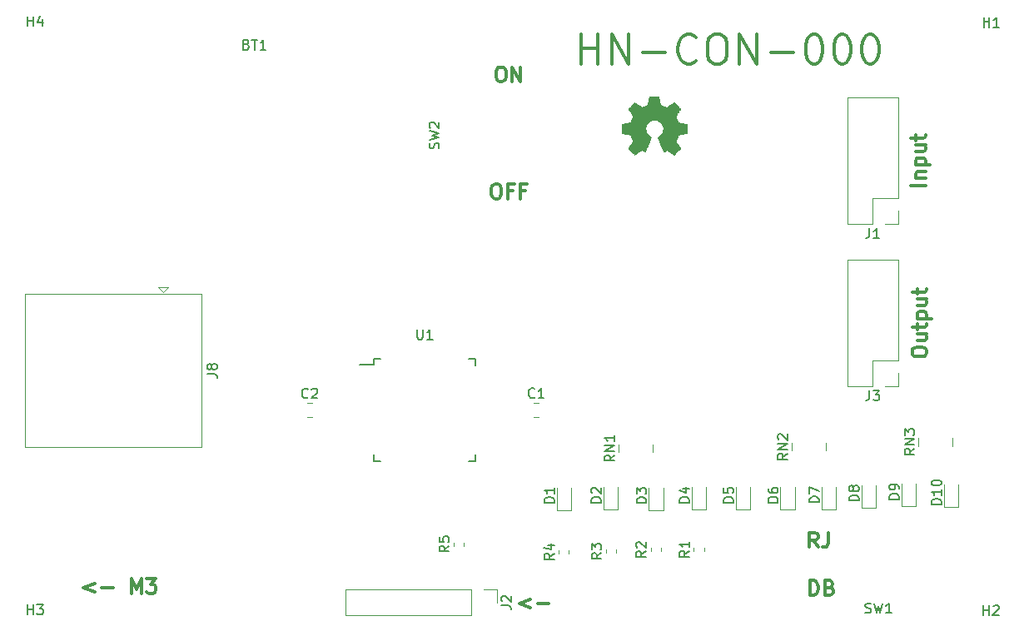
<source format=gbr>
G04 #@! TF.GenerationSoftware,KiCad,Pcbnew,5.0.2-bee76a0~70~ubuntu16.04.1*
G04 #@! TF.CreationDate,2020-03-15T16:03:58-07:00*
G04 #@! TF.ProjectId,pic18f_DB_Ethernet,70696331-3866-45f4-9442-5f4574686572,rev?*
G04 #@! TF.SameCoordinates,Original*
G04 #@! TF.FileFunction,Legend,Top*
G04 #@! TF.FilePolarity,Positive*
%FSLAX46Y46*%
G04 Gerber Fmt 4.6, Leading zero omitted, Abs format (unit mm)*
G04 Created by KiCad (PCBNEW 5.0.2-bee76a0~70~ubuntu16.04.1) date Sun 15 Mar 2020 16:03:58 PDT*
%MOMM*%
%LPD*%
G01*
G04 APERTURE LIST*
%ADD10C,0.300000*%
%ADD11C,0.120000*%
%ADD12C,0.150000*%
%ADD13C,0.010000*%
G04 APERTURE END LIST*
D10*
X107418571Y-143417171D02*
X106275714Y-143845742D01*
X107418571Y-144274314D01*
X108132857Y-143845742D02*
X109275714Y-143845742D01*
X111132857Y-144417171D02*
X111132857Y-142917171D01*
X111632857Y-143988600D01*
X112132857Y-142917171D01*
X112132857Y-144417171D01*
X112704285Y-142917171D02*
X113632857Y-142917171D01*
X113132857Y-143488600D01*
X113347142Y-143488600D01*
X113490000Y-143560028D01*
X113561428Y-143631457D01*
X113632857Y-143774314D01*
X113632857Y-144131457D01*
X113561428Y-144274314D01*
X113490000Y-144345742D01*
X113347142Y-144417171D01*
X112918571Y-144417171D01*
X112775714Y-144345742D01*
X112704285Y-144274314D01*
X191889771Y-102921285D02*
X190389771Y-102921285D01*
X190889771Y-102207000D02*
X191889771Y-102207000D01*
X191032628Y-102207000D02*
X190961200Y-102135571D01*
X190889771Y-101992714D01*
X190889771Y-101778428D01*
X190961200Y-101635571D01*
X191104057Y-101564142D01*
X191889771Y-101564142D01*
X190889771Y-100849857D02*
X192389771Y-100849857D01*
X190961200Y-100849857D02*
X190889771Y-100707000D01*
X190889771Y-100421285D01*
X190961200Y-100278428D01*
X191032628Y-100207000D01*
X191175485Y-100135571D01*
X191604057Y-100135571D01*
X191746914Y-100207000D01*
X191818342Y-100278428D01*
X191889771Y-100421285D01*
X191889771Y-100707000D01*
X191818342Y-100849857D01*
X190889771Y-98849857D02*
X191889771Y-98849857D01*
X190889771Y-99492714D02*
X191675485Y-99492714D01*
X191818342Y-99421285D01*
X191889771Y-99278428D01*
X191889771Y-99064142D01*
X191818342Y-98921285D01*
X191746914Y-98849857D01*
X190889771Y-98349857D02*
X190889771Y-97778428D01*
X190389771Y-98135571D02*
X191675485Y-98135571D01*
X191818342Y-98064142D01*
X191889771Y-97921285D01*
X191889771Y-97778428D01*
X190542171Y-120002714D02*
X190542171Y-119717000D01*
X190613600Y-119574142D01*
X190756457Y-119431285D01*
X191042171Y-119359857D01*
X191542171Y-119359857D01*
X191827885Y-119431285D01*
X191970742Y-119574142D01*
X192042171Y-119717000D01*
X192042171Y-120002714D01*
X191970742Y-120145571D01*
X191827885Y-120288428D01*
X191542171Y-120359857D01*
X191042171Y-120359857D01*
X190756457Y-120288428D01*
X190613600Y-120145571D01*
X190542171Y-120002714D01*
X191042171Y-118074142D02*
X192042171Y-118074142D01*
X191042171Y-118717000D02*
X191827885Y-118717000D01*
X191970742Y-118645571D01*
X192042171Y-118502714D01*
X192042171Y-118288428D01*
X191970742Y-118145571D01*
X191899314Y-118074142D01*
X191042171Y-117574142D02*
X191042171Y-117002714D01*
X190542171Y-117359857D02*
X191827885Y-117359857D01*
X191970742Y-117288428D01*
X192042171Y-117145571D01*
X192042171Y-117002714D01*
X191042171Y-116502714D02*
X192542171Y-116502714D01*
X191113600Y-116502714D02*
X191042171Y-116359857D01*
X191042171Y-116074142D01*
X191113600Y-115931285D01*
X191185028Y-115859857D01*
X191327885Y-115788428D01*
X191756457Y-115788428D01*
X191899314Y-115859857D01*
X191970742Y-115931285D01*
X192042171Y-116074142D01*
X192042171Y-116359857D01*
X191970742Y-116502714D01*
X191042171Y-114502714D02*
X192042171Y-114502714D01*
X191042171Y-115145571D02*
X191827885Y-115145571D01*
X191970742Y-115074142D01*
X192042171Y-114931285D01*
X192042171Y-114717000D01*
X191970742Y-114574142D01*
X191899314Y-114502714D01*
X191042171Y-114002714D02*
X191042171Y-113431285D01*
X190542171Y-113788428D02*
X191827885Y-113788428D01*
X191970742Y-113717000D01*
X192042171Y-113574142D01*
X192042171Y-113431285D01*
X148126628Y-102785171D02*
X148412342Y-102785171D01*
X148555200Y-102856600D01*
X148698057Y-102999457D01*
X148769485Y-103285171D01*
X148769485Y-103785171D01*
X148698057Y-104070885D01*
X148555200Y-104213742D01*
X148412342Y-104285171D01*
X148126628Y-104285171D01*
X147983771Y-104213742D01*
X147840914Y-104070885D01*
X147769485Y-103785171D01*
X147769485Y-103285171D01*
X147840914Y-102999457D01*
X147983771Y-102856600D01*
X148126628Y-102785171D01*
X149912342Y-103499457D02*
X149412342Y-103499457D01*
X149412342Y-104285171D02*
X149412342Y-102785171D01*
X150126628Y-102785171D01*
X151198057Y-103499457D02*
X150698057Y-103499457D01*
X150698057Y-104285171D02*
X150698057Y-102785171D01*
X151412342Y-102785171D01*
X148575828Y-90897971D02*
X148861542Y-90897971D01*
X149004400Y-90969400D01*
X149147257Y-91112257D01*
X149218685Y-91397971D01*
X149218685Y-91897971D01*
X149147257Y-92183685D01*
X149004400Y-92326542D01*
X148861542Y-92397971D01*
X148575828Y-92397971D01*
X148432971Y-92326542D01*
X148290114Y-92183685D01*
X148218685Y-91897971D01*
X148218685Y-91397971D01*
X148290114Y-91112257D01*
X148432971Y-90969400D01*
X148575828Y-90897971D01*
X149861542Y-92397971D02*
X149861542Y-90897971D01*
X150718685Y-92397971D01*
X150718685Y-90897971D01*
X180162342Y-144620371D02*
X180162342Y-143120371D01*
X180519485Y-143120371D01*
X180733771Y-143191800D01*
X180876628Y-143334657D01*
X180948057Y-143477514D01*
X181019485Y-143763228D01*
X181019485Y-143977514D01*
X180948057Y-144263228D01*
X180876628Y-144406085D01*
X180733771Y-144548942D01*
X180519485Y-144620371D01*
X180162342Y-144620371D01*
X182162342Y-143834657D02*
X182376628Y-143906085D01*
X182448057Y-143977514D01*
X182519485Y-144120371D01*
X182519485Y-144334657D01*
X182448057Y-144477514D01*
X182376628Y-144548942D01*
X182233771Y-144620371D01*
X181662342Y-144620371D01*
X181662342Y-143120371D01*
X182162342Y-143120371D01*
X182305200Y-143191800D01*
X182376628Y-143263228D01*
X182448057Y-143406085D01*
X182448057Y-143548942D01*
X182376628Y-143691800D01*
X182305200Y-143763228D01*
X182162342Y-143834657D01*
X181662342Y-143834657D01*
X180969457Y-139743571D02*
X180469457Y-139029285D01*
X180112314Y-139743571D02*
X180112314Y-138243571D01*
X180683742Y-138243571D01*
X180826600Y-138315000D01*
X180898028Y-138386428D01*
X180969457Y-138529285D01*
X180969457Y-138743571D01*
X180898028Y-138886428D01*
X180826600Y-138957857D01*
X180683742Y-139029285D01*
X180112314Y-139029285D01*
X182040885Y-138243571D02*
X182040885Y-139315000D01*
X181969457Y-139529285D01*
X181826600Y-139672142D01*
X181612314Y-139743571D01*
X181469457Y-139743571D01*
X151738057Y-145068171D02*
X150595200Y-145496742D01*
X151738057Y-145925314D01*
X152452342Y-145496742D02*
X153595200Y-145496742D01*
X156861171Y-90587342D02*
X156861171Y-87587342D01*
X156861171Y-89015914D02*
X158575457Y-89015914D01*
X158575457Y-90587342D02*
X158575457Y-87587342D01*
X160004028Y-90587342D02*
X160004028Y-87587342D01*
X161718314Y-90587342D01*
X161718314Y-87587342D01*
X163146885Y-89444485D02*
X165432600Y-89444485D01*
X168575457Y-90301628D02*
X168432600Y-90444485D01*
X168004028Y-90587342D01*
X167718314Y-90587342D01*
X167289742Y-90444485D01*
X167004028Y-90158771D01*
X166861171Y-89873057D01*
X166718314Y-89301628D01*
X166718314Y-88873057D01*
X166861171Y-88301628D01*
X167004028Y-88015914D01*
X167289742Y-87730200D01*
X167718314Y-87587342D01*
X168004028Y-87587342D01*
X168432600Y-87730200D01*
X168575457Y-87873057D01*
X170432600Y-87587342D02*
X171004028Y-87587342D01*
X171289742Y-87730200D01*
X171575457Y-88015914D01*
X171718314Y-88587342D01*
X171718314Y-89587342D01*
X171575457Y-90158771D01*
X171289742Y-90444485D01*
X171004028Y-90587342D01*
X170432600Y-90587342D01*
X170146885Y-90444485D01*
X169861171Y-90158771D01*
X169718314Y-89587342D01*
X169718314Y-88587342D01*
X169861171Y-88015914D01*
X170146885Y-87730200D01*
X170432600Y-87587342D01*
X173004028Y-90587342D02*
X173004028Y-87587342D01*
X174718314Y-90587342D01*
X174718314Y-87587342D01*
X176146885Y-89444485D02*
X178432600Y-89444485D01*
X180432600Y-87587342D02*
X180718314Y-87587342D01*
X181004028Y-87730200D01*
X181146885Y-87873057D01*
X181289742Y-88158771D01*
X181432600Y-88730200D01*
X181432600Y-89444485D01*
X181289742Y-90015914D01*
X181146885Y-90301628D01*
X181004028Y-90444485D01*
X180718314Y-90587342D01*
X180432600Y-90587342D01*
X180146885Y-90444485D01*
X180004028Y-90301628D01*
X179861171Y-90015914D01*
X179718314Y-89444485D01*
X179718314Y-88730200D01*
X179861171Y-88158771D01*
X180004028Y-87873057D01*
X180146885Y-87730200D01*
X180432600Y-87587342D01*
X183289742Y-87587342D02*
X183575457Y-87587342D01*
X183861171Y-87730200D01*
X184004028Y-87873057D01*
X184146885Y-88158771D01*
X184289742Y-88730200D01*
X184289742Y-89444485D01*
X184146885Y-90015914D01*
X184004028Y-90301628D01*
X183861171Y-90444485D01*
X183575457Y-90587342D01*
X183289742Y-90587342D01*
X183004028Y-90444485D01*
X182861171Y-90301628D01*
X182718314Y-90015914D01*
X182575457Y-89444485D01*
X182575457Y-88730200D01*
X182718314Y-88158771D01*
X182861171Y-87873057D01*
X183004028Y-87730200D01*
X183289742Y-87587342D01*
X186146885Y-87587342D02*
X186432600Y-87587342D01*
X186718314Y-87730200D01*
X186861171Y-87873057D01*
X187004028Y-88158771D01*
X187146885Y-88730200D01*
X187146885Y-89444485D01*
X187004028Y-90015914D01*
X186861171Y-90301628D01*
X186718314Y-90444485D01*
X186432600Y-90587342D01*
X186146885Y-90587342D01*
X185861171Y-90444485D01*
X185718314Y-90301628D01*
X185575457Y-90015914D01*
X185432600Y-89444485D01*
X185432600Y-88730200D01*
X185575457Y-88158771D01*
X185718314Y-87873057D01*
X185861171Y-87730200D01*
X186146885Y-87587342D01*
D11*
G04 #@! TO.C,C1*
X152062922Y-125045400D02*
X152580078Y-125045400D01*
X152062922Y-126465400D02*
X152580078Y-126465400D01*
G04 #@! TO.C,C2*
X129004322Y-126490800D02*
X129521478Y-126490800D01*
X129004322Y-125070800D02*
X129521478Y-125070800D01*
G04 #@! TO.C,D1*
X155852800Y-135952600D02*
X155852800Y-133667600D01*
X154382800Y-135952600D02*
X155852800Y-135952600D01*
X154382800Y-133667600D02*
X154382800Y-135952600D01*
G04 #@! TO.C,D2*
X159158000Y-133642100D02*
X159158000Y-135927100D01*
X159158000Y-135927100D02*
X160628000Y-135927100D01*
X160628000Y-135927100D02*
X160628000Y-133642100D01*
G04 #@! TO.C,D3*
X165225400Y-135978000D02*
X165225400Y-133693000D01*
X163755400Y-135978000D02*
X165225400Y-135978000D01*
X163755400Y-133693000D02*
X163755400Y-135978000D01*
G04 #@! TO.C,D4*
X168124200Y-133642200D02*
X168124200Y-135927200D01*
X168124200Y-135927200D02*
X169594200Y-135927200D01*
X169594200Y-135927200D02*
X169594200Y-133642200D01*
G04 #@! TO.C,D5*
X174090000Y-135927100D02*
X174090000Y-133642100D01*
X172620000Y-135927100D02*
X174090000Y-135927100D01*
X172620000Y-133642100D02*
X172620000Y-135927100D01*
G04 #@! TO.C,D6*
X178611200Y-135927300D02*
X178611200Y-133642300D01*
X177141200Y-135927300D02*
X178611200Y-135927300D01*
X177141200Y-133642300D02*
X177141200Y-135927300D01*
G04 #@! TO.C,D7*
X181332200Y-133616800D02*
X181332200Y-135901800D01*
X181332200Y-135901800D02*
X182802200Y-135901800D01*
X182802200Y-135901800D02*
X182802200Y-133616800D01*
G04 #@! TO.C,D8*
X185370800Y-133464300D02*
X185370800Y-135749300D01*
X185370800Y-135749300D02*
X186840800Y-135749300D01*
X186840800Y-135749300D02*
X186840800Y-133464300D01*
G04 #@! TO.C,D9*
X190930200Y-135596900D02*
X190930200Y-133311900D01*
X189460200Y-135596900D02*
X190930200Y-135596900D01*
X189460200Y-133311900D02*
X189460200Y-135596900D01*
G04 #@! TO.C,D10*
X193752800Y-133362700D02*
X193752800Y-135647700D01*
X193752800Y-135647700D02*
X195222800Y-135647700D01*
X195222800Y-135647700D02*
X195222800Y-133362700D01*
G04 #@! TO.C,J1*
X189137600Y-106841600D02*
X187807600Y-106841600D01*
X189137600Y-105511600D02*
X189137600Y-106841600D01*
X186537600Y-106841600D02*
X183937600Y-106841600D01*
X186537600Y-104241600D02*
X186537600Y-106841600D01*
X189137600Y-104241600D02*
X186537600Y-104241600D01*
X183937600Y-106841600D02*
X183937600Y-94021600D01*
X189137600Y-104241600D02*
X189137600Y-94021600D01*
X189137600Y-94021600D02*
X183937600Y-94021600D01*
G04 #@! TO.C,J2*
X132934400Y-144008800D02*
X132934400Y-146668800D01*
X145694400Y-144008800D02*
X132934400Y-144008800D01*
X145694400Y-146668800D02*
X132934400Y-146668800D01*
X145694400Y-144008800D02*
X145694400Y-146668800D01*
X146964400Y-144008800D02*
X148294400Y-144008800D01*
X148294400Y-144008800D02*
X148294400Y-145338800D01*
G04 #@! TO.C,J3*
X189137600Y-110531600D02*
X183937600Y-110531600D01*
X189137600Y-120751600D02*
X189137600Y-110531600D01*
X183937600Y-123351600D02*
X183937600Y-110531600D01*
X189137600Y-120751600D02*
X186537600Y-120751600D01*
X186537600Y-120751600D02*
X186537600Y-123351600D01*
X186537600Y-123351600D02*
X183937600Y-123351600D01*
X189137600Y-122021600D02*
X189137600Y-123351600D01*
X189137600Y-123351600D02*
X187807600Y-123351600D01*
G04 #@! TO.C,R1*
X168349200Y-140116679D02*
X168349200Y-139791121D01*
X169369200Y-140116679D02*
X169369200Y-139791121D01*
G04 #@! TO.C,R2*
X163955000Y-140142279D02*
X163955000Y-139816721D01*
X164975000Y-140142279D02*
X164975000Y-139816721D01*
G04 #@! TO.C,R3*
X160428400Y-140320079D02*
X160428400Y-139994521D01*
X159408400Y-140320079D02*
X159408400Y-139994521D01*
G04 #@! TO.C,R4*
X155627800Y-140370679D02*
X155627800Y-140045121D01*
X154607800Y-140370679D02*
X154607800Y-140045121D01*
G04 #@! TO.C,R5*
X143914400Y-139583279D02*
X143914400Y-139257721D01*
X144934400Y-139583279D02*
X144934400Y-139257721D01*
G04 #@! TO.C,RN1*
X160713000Y-129267000D02*
X160713000Y-130067000D01*
X164153000Y-129267000D02*
X164153000Y-130067000D01*
G04 #@! TO.C,RN2*
X181736200Y-129126400D02*
X181736200Y-129926400D01*
X178296200Y-129126400D02*
X178296200Y-129926400D01*
G04 #@! TO.C,RN3*
X194639200Y-128620200D02*
X194639200Y-129420200D01*
X191199200Y-128620200D02*
X191199200Y-129420200D01*
D12*
G04 #@! TO.C,U1*
X135795000Y-120605800D02*
X135795000Y-121205800D01*
X146145000Y-120605800D02*
X146145000Y-121275800D01*
X146145000Y-130955800D02*
X146145000Y-130285800D01*
X135795000Y-130955800D02*
X135795000Y-130285800D01*
X135795000Y-120605800D02*
X136465000Y-120605800D01*
X135795000Y-130955800D02*
X136465000Y-130955800D01*
X146145000Y-130955800D02*
X145475000Y-130955800D01*
X146145000Y-120605800D02*
X145475000Y-120605800D01*
X135795000Y-121205800D02*
X134320000Y-121205800D01*
D13*
G04 #@! TO.C,REF\002A\002A*
G36*
X164868414Y-94319131D02*
X164952235Y-94763755D01*
X165261520Y-94891253D01*
X165570806Y-95018751D01*
X165941846Y-94766446D01*
X166045757Y-94696196D01*
X166139687Y-94633472D01*
X166219252Y-94581138D01*
X166280070Y-94542057D01*
X166317757Y-94519093D01*
X166328021Y-94514142D01*
X166346510Y-94526876D01*
X166386020Y-94562082D01*
X166442122Y-94615262D01*
X166510387Y-94681918D01*
X166586386Y-94757554D01*
X166665692Y-94837672D01*
X166743875Y-94917774D01*
X166816507Y-94993364D01*
X166879159Y-95059945D01*
X166927403Y-95113018D01*
X166956810Y-95148087D01*
X166963841Y-95159823D01*
X166953723Y-95181460D01*
X166925359Y-95228862D01*
X166881729Y-95297393D01*
X166825818Y-95382415D01*
X166760606Y-95479293D01*
X166722819Y-95534550D01*
X166653943Y-95635448D01*
X166592740Y-95726499D01*
X166542178Y-95803170D01*
X166505228Y-95860928D01*
X166484858Y-95895243D01*
X166481797Y-95902454D01*
X166488736Y-95922948D01*
X166507651Y-95970713D01*
X166535687Y-96039032D01*
X166569991Y-96121189D01*
X166607709Y-96210470D01*
X166645987Y-96300158D01*
X166681970Y-96383538D01*
X166712806Y-96453894D01*
X166735639Y-96504510D01*
X166747617Y-96528671D01*
X166748324Y-96529622D01*
X166767131Y-96534236D01*
X166817218Y-96544528D01*
X166893393Y-96559487D01*
X166990465Y-96578101D01*
X167103243Y-96599359D01*
X167169042Y-96611618D01*
X167289550Y-96634562D01*
X167398397Y-96656395D01*
X167490076Y-96675922D01*
X167559081Y-96691948D01*
X167599904Y-96703279D01*
X167608111Y-96706874D01*
X167616148Y-96731206D01*
X167622633Y-96786159D01*
X167627570Y-96865308D01*
X167630964Y-96962226D01*
X167632818Y-97070487D01*
X167633138Y-97183665D01*
X167631927Y-97295335D01*
X167629190Y-97399068D01*
X167624931Y-97488441D01*
X167619155Y-97557026D01*
X167611867Y-97598397D01*
X167607495Y-97607010D01*
X167581364Y-97617333D01*
X167525993Y-97632092D01*
X167448707Y-97649552D01*
X167356830Y-97667980D01*
X167324758Y-97673941D01*
X167170124Y-97702266D01*
X167047975Y-97725076D01*
X166954273Y-97743280D01*
X166884984Y-97757783D01*
X166836071Y-97769492D01*
X166803497Y-97779315D01*
X166783228Y-97788156D01*
X166771226Y-97796924D01*
X166769547Y-97798657D01*
X166752784Y-97826571D01*
X166727214Y-97880895D01*
X166695388Y-97954977D01*
X166659860Y-98042165D01*
X166623183Y-98135808D01*
X166587911Y-98229252D01*
X166556596Y-98315847D01*
X166531793Y-98388940D01*
X166516054Y-98441878D01*
X166511932Y-98468011D01*
X166512276Y-98468926D01*
X166526241Y-98490286D01*
X166557922Y-98537284D01*
X166603991Y-98605027D01*
X166661118Y-98688623D01*
X166725973Y-98783182D01*
X166744443Y-98810054D01*
X166810299Y-98907475D01*
X166868250Y-98996363D01*
X166915138Y-99071612D01*
X166947807Y-99128120D01*
X166963100Y-99160781D01*
X166963841Y-99164793D01*
X166950992Y-99185884D01*
X166915488Y-99227664D01*
X166861893Y-99285645D01*
X166794771Y-99355335D01*
X166718687Y-99432245D01*
X166638204Y-99511883D01*
X166557887Y-99589761D01*
X166482299Y-99661386D01*
X166416005Y-99722270D01*
X166363569Y-99767921D01*
X166329555Y-99793850D01*
X166320145Y-99798083D01*
X166298243Y-99788112D01*
X166253400Y-99761220D01*
X166192921Y-99721936D01*
X166146389Y-99690317D01*
X166062075Y-99632298D01*
X165962226Y-99563984D01*
X165862073Y-99495779D01*
X165808227Y-99459275D01*
X165625971Y-99336000D01*
X165472981Y-99418720D01*
X165403282Y-99454959D01*
X165344014Y-99483126D01*
X165303911Y-99499191D01*
X165293703Y-99501426D01*
X165281429Y-99484922D01*
X165257213Y-99438282D01*
X165222863Y-99365809D01*
X165180188Y-99271806D01*
X165130994Y-99160574D01*
X165077090Y-99036415D01*
X165020284Y-98903632D01*
X164962382Y-98766527D01*
X164905193Y-98629402D01*
X164850524Y-98496558D01*
X164800184Y-98372298D01*
X164755980Y-98260925D01*
X164719719Y-98166739D01*
X164693209Y-98094044D01*
X164678258Y-98047141D01*
X164675854Y-98031033D01*
X164694911Y-98010486D01*
X164736636Y-97977133D01*
X164792306Y-97937902D01*
X164796978Y-97934799D01*
X164940864Y-97819623D01*
X165056883Y-97685253D01*
X165144030Y-97535984D01*
X165201299Y-97376113D01*
X165227686Y-97209937D01*
X165222185Y-97041752D01*
X165183790Y-96875855D01*
X165111495Y-96716542D01*
X165090226Y-96681687D01*
X164979596Y-96540937D01*
X164848902Y-96427914D01*
X164702664Y-96343203D01*
X164545408Y-96287394D01*
X164381657Y-96261074D01*
X164215933Y-96264830D01*
X164052762Y-96299250D01*
X163896665Y-96364923D01*
X163752167Y-96462435D01*
X163707469Y-96502013D01*
X163593712Y-96625903D01*
X163510818Y-96756324D01*
X163453956Y-96902515D01*
X163422287Y-97047288D01*
X163414469Y-97210060D01*
X163440538Y-97373640D01*
X163497845Y-97532498D01*
X163583744Y-97681106D01*
X163695586Y-97813935D01*
X163830723Y-97925456D01*
X163848483Y-97937211D01*
X163904750Y-97975708D01*
X163947523Y-98009063D01*
X163967972Y-98030360D01*
X163968269Y-98031033D01*
X163963879Y-98054071D01*
X163946476Y-98106357D01*
X163917868Y-98183590D01*
X163879865Y-98281468D01*
X163834274Y-98395691D01*
X163782903Y-98521958D01*
X163727562Y-98655967D01*
X163670058Y-98793418D01*
X163612201Y-98930008D01*
X163555798Y-99061437D01*
X163502658Y-99183405D01*
X163454590Y-99291609D01*
X163413401Y-99381749D01*
X163380901Y-99449523D01*
X163358897Y-99490630D01*
X163350036Y-99501426D01*
X163322960Y-99493019D01*
X163272297Y-99470472D01*
X163206783Y-99437813D01*
X163170759Y-99418720D01*
X163017768Y-99336000D01*
X162835512Y-99459275D01*
X162742475Y-99522428D01*
X162640615Y-99591927D01*
X162545162Y-99657365D01*
X162497350Y-99690317D01*
X162430105Y-99735473D01*
X162373164Y-99771257D01*
X162333954Y-99793138D01*
X162321219Y-99797763D01*
X162302683Y-99785285D01*
X162261659Y-99750452D01*
X162202125Y-99696878D01*
X162128058Y-99628183D01*
X162043435Y-99547981D01*
X161989915Y-99496486D01*
X161896281Y-99404486D01*
X161815359Y-99322199D01*
X161750423Y-99253145D01*
X161704742Y-99200844D01*
X161681589Y-99168816D01*
X161679368Y-99162316D01*
X161689676Y-99137594D01*
X161718161Y-99087605D01*
X161761663Y-99017412D01*
X161817023Y-98932075D01*
X161881080Y-98836656D01*
X161899297Y-98810054D01*
X161965673Y-98713367D01*
X162025222Y-98626317D01*
X162074616Y-98553795D01*
X162110525Y-98500693D01*
X162129619Y-98471903D01*
X162131464Y-98468926D01*
X162128705Y-98445982D01*
X162114062Y-98395536D01*
X162090087Y-98324241D01*
X162059334Y-98238747D01*
X162024356Y-98145707D01*
X161987707Y-98051774D01*
X161951939Y-97963599D01*
X161919606Y-97887834D01*
X161893262Y-97831131D01*
X161875458Y-97800143D01*
X161874193Y-97798657D01*
X161863306Y-97789801D01*
X161844918Y-97781043D01*
X161814994Y-97771477D01*
X161769497Y-97760196D01*
X161704391Y-97746293D01*
X161615639Y-97728863D01*
X161499207Y-97706998D01*
X161351058Y-97679791D01*
X161318982Y-97673941D01*
X161223914Y-97655574D01*
X161141035Y-97637605D01*
X161077670Y-97621769D01*
X161041142Y-97609800D01*
X161036244Y-97607010D01*
X161028173Y-97582272D01*
X161021613Y-97526990D01*
X161016567Y-97447589D01*
X161013041Y-97350496D01*
X161011039Y-97242138D01*
X161010564Y-97128940D01*
X161011623Y-97017328D01*
X161014218Y-96913729D01*
X161018354Y-96824568D01*
X161024037Y-96756272D01*
X161031269Y-96715266D01*
X161035629Y-96706874D01*
X161059902Y-96698408D01*
X161115174Y-96684635D01*
X161195938Y-96666750D01*
X161296688Y-96645948D01*
X161411917Y-96623423D01*
X161474698Y-96611618D01*
X161593813Y-96589351D01*
X161700035Y-96569179D01*
X161788173Y-96552115D01*
X161853034Y-96539169D01*
X161889426Y-96531355D01*
X161895416Y-96529622D01*
X161905539Y-96510090D01*
X161926938Y-96463043D01*
X161956761Y-96395203D01*
X161992155Y-96313291D01*
X162030268Y-96224028D01*
X162068247Y-96134135D01*
X162103240Y-96050335D01*
X162132394Y-95979347D01*
X162152857Y-95927894D01*
X162161777Y-95902697D01*
X162161943Y-95901596D01*
X162151831Y-95881719D01*
X162123483Y-95835977D01*
X162079877Y-95768917D01*
X162023994Y-95685084D01*
X161958813Y-95589026D01*
X161920921Y-95533850D01*
X161851875Y-95432681D01*
X161790550Y-95340830D01*
X161739937Y-95262944D01*
X161703029Y-95203669D01*
X161682818Y-95167651D01*
X161679899Y-95159577D01*
X161692447Y-95140784D01*
X161727137Y-95100657D01*
X161779537Y-95043693D01*
X161845216Y-94974385D01*
X161919744Y-94897231D01*
X161998687Y-94816725D01*
X162077617Y-94737363D01*
X162152100Y-94663640D01*
X162217706Y-94600052D01*
X162270004Y-94551094D01*
X162304561Y-94521261D01*
X162316122Y-94514142D01*
X162334946Y-94524153D01*
X162379969Y-94552278D01*
X162446813Y-94595654D01*
X162531101Y-94651418D01*
X162628456Y-94716706D01*
X162701893Y-94766446D01*
X163072933Y-95018751D01*
X163691505Y-94763755D01*
X163775325Y-94319131D01*
X163859146Y-93874507D01*
X164784594Y-93874507D01*
X164868414Y-94319131D01*
X164868414Y-94319131D01*
G37*
X164868414Y-94319131D02*
X164952235Y-94763755D01*
X165261520Y-94891253D01*
X165570806Y-95018751D01*
X165941846Y-94766446D01*
X166045757Y-94696196D01*
X166139687Y-94633472D01*
X166219252Y-94581138D01*
X166280070Y-94542057D01*
X166317757Y-94519093D01*
X166328021Y-94514142D01*
X166346510Y-94526876D01*
X166386020Y-94562082D01*
X166442122Y-94615262D01*
X166510387Y-94681918D01*
X166586386Y-94757554D01*
X166665692Y-94837672D01*
X166743875Y-94917774D01*
X166816507Y-94993364D01*
X166879159Y-95059945D01*
X166927403Y-95113018D01*
X166956810Y-95148087D01*
X166963841Y-95159823D01*
X166953723Y-95181460D01*
X166925359Y-95228862D01*
X166881729Y-95297393D01*
X166825818Y-95382415D01*
X166760606Y-95479293D01*
X166722819Y-95534550D01*
X166653943Y-95635448D01*
X166592740Y-95726499D01*
X166542178Y-95803170D01*
X166505228Y-95860928D01*
X166484858Y-95895243D01*
X166481797Y-95902454D01*
X166488736Y-95922948D01*
X166507651Y-95970713D01*
X166535687Y-96039032D01*
X166569991Y-96121189D01*
X166607709Y-96210470D01*
X166645987Y-96300158D01*
X166681970Y-96383538D01*
X166712806Y-96453894D01*
X166735639Y-96504510D01*
X166747617Y-96528671D01*
X166748324Y-96529622D01*
X166767131Y-96534236D01*
X166817218Y-96544528D01*
X166893393Y-96559487D01*
X166990465Y-96578101D01*
X167103243Y-96599359D01*
X167169042Y-96611618D01*
X167289550Y-96634562D01*
X167398397Y-96656395D01*
X167490076Y-96675922D01*
X167559081Y-96691948D01*
X167599904Y-96703279D01*
X167608111Y-96706874D01*
X167616148Y-96731206D01*
X167622633Y-96786159D01*
X167627570Y-96865308D01*
X167630964Y-96962226D01*
X167632818Y-97070487D01*
X167633138Y-97183665D01*
X167631927Y-97295335D01*
X167629190Y-97399068D01*
X167624931Y-97488441D01*
X167619155Y-97557026D01*
X167611867Y-97598397D01*
X167607495Y-97607010D01*
X167581364Y-97617333D01*
X167525993Y-97632092D01*
X167448707Y-97649552D01*
X167356830Y-97667980D01*
X167324758Y-97673941D01*
X167170124Y-97702266D01*
X167047975Y-97725076D01*
X166954273Y-97743280D01*
X166884984Y-97757783D01*
X166836071Y-97769492D01*
X166803497Y-97779315D01*
X166783228Y-97788156D01*
X166771226Y-97796924D01*
X166769547Y-97798657D01*
X166752784Y-97826571D01*
X166727214Y-97880895D01*
X166695388Y-97954977D01*
X166659860Y-98042165D01*
X166623183Y-98135808D01*
X166587911Y-98229252D01*
X166556596Y-98315847D01*
X166531793Y-98388940D01*
X166516054Y-98441878D01*
X166511932Y-98468011D01*
X166512276Y-98468926D01*
X166526241Y-98490286D01*
X166557922Y-98537284D01*
X166603991Y-98605027D01*
X166661118Y-98688623D01*
X166725973Y-98783182D01*
X166744443Y-98810054D01*
X166810299Y-98907475D01*
X166868250Y-98996363D01*
X166915138Y-99071612D01*
X166947807Y-99128120D01*
X166963100Y-99160781D01*
X166963841Y-99164793D01*
X166950992Y-99185884D01*
X166915488Y-99227664D01*
X166861893Y-99285645D01*
X166794771Y-99355335D01*
X166718687Y-99432245D01*
X166638204Y-99511883D01*
X166557887Y-99589761D01*
X166482299Y-99661386D01*
X166416005Y-99722270D01*
X166363569Y-99767921D01*
X166329555Y-99793850D01*
X166320145Y-99798083D01*
X166298243Y-99788112D01*
X166253400Y-99761220D01*
X166192921Y-99721936D01*
X166146389Y-99690317D01*
X166062075Y-99632298D01*
X165962226Y-99563984D01*
X165862073Y-99495779D01*
X165808227Y-99459275D01*
X165625971Y-99336000D01*
X165472981Y-99418720D01*
X165403282Y-99454959D01*
X165344014Y-99483126D01*
X165303911Y-99499191D01*
X165293703Y-99501426D01*
X165281429Y-99484922D01*
X165257213Y-99438282D01*
X165222863Y-99365809D01*
X165180188Y-99271806D01*
X165130994Y-99160574D01*
X165077090Y-99036415D01*
X165020284Y-98903632D01*
X164962382Y-98766527D01*
X164905193Y-98629402D01*
X164850524Y-98496558D01*
X164800184Y-98372298D01*
X164755980Y-98260925D01*
X164719719Y-98166739D01*
X164693209Y-98094044D01*
X164678258Y-98047141D01*
X164675854Y-98031033D01*
X164694911Y-98010486D01*
X164736636Y-97977133D01*
X164792306Y-97937902D01*
X164796978Y-97934799D01*
X164940864Y-97819623D01*
X165056883Y-97685253D01*
X165144030Y-97535984D01*
X165201299Y-97376113D01*
X165227686Y-97209937D01*
X165222185Y-97041752D01*
X165183790Y-96875855D01*
X165111495Y-96716542D01*
X165090226Y-96681687D01*
X164979596Y-96540937D01*
X164848902Y-96427914D01*
X164702664Y-96343203D01*
X164545408Y-96287394D01*
X164381657Y-96261074D01*
X164215933Y-96264830D01*
X164052762Y-96299250D01*
X163896665Y-96364923D01*
X163752167Y-96462435D01*
X163707469Y-96502013D01*
X163593712Y-96625903D01*
X163510818Y-96756324D01*
X163453956Y-96902515D01*
X163422287Y-97047288D01*
X163414469Y-97210060D01*
X163440538Y-97373640D01*
X163497845Y-97532498D01*
X163583744Y-97681106D01*
X163695586Y-97813935D01*
X163830723Y-97925456D01*
X163848483Y-97937211D01*
X163904750Y-97975708D01*
X163947523Y-98009063D01*
X163967972Y-98030360D01*
X163968269Y-98031033D01*
X163963879Y-98054071D01*
X163946476Y-98106357D01*
X163917868Y-98183590D01*
X163879865Y-98281468D01*
X163834274Y-98395691D01*
X163782903Y-98521958D01*
X163727562Y-98655967D01*
X163670058Y-98793418D01*
X163612201Y-98930008D01*
X163555798Y-99061437D01*
X163502658Y-99183405D01*
X163454590Y-99291609D01*
X163413401Y-99381749D01*
X163380901Y-99449523D01*
X163358897Y-99490630D01*
X163350036Y-99501426D01*
X163322960Y-99493019D01*
X163272297Y-99470472D01*
X163206783Y-99437813D01*
X163170759Y-99418720D01*
X163017768Y-99336000D01*
X162835512Y-99459275D01*
X162742475Y-99522428D01*
X162640615Y-99591927D01*
X162545162Y-99657365D01*
X162497350Y-99690317D01*
X162430105Y-99735473D01*
X162373164Y-99771257D01*
X162333954Y-99793138D01*
X162321219Y-99797763D01*
X162302683Y-99785285D01*
X162261659Y-99750452D01*
X162202125Y-99696878D01*
X162128058Y-99628183D01*
X162043435Y-99547981D01*
X161989915Y-99496486D01*
X161896281Y-99404486D01*
X161815359Y-99322199D01*
X161750423Y-99253145D01*
X161704742Y-99200844D01*
X161681589Y-99168816D01*
X161679368Y-99162316D01*
X161689676Y-99137594D01*
X161718161Y-99087605D01*
X161761663Y-99017412D01*
X161817023Y-98932075D01*
X161881080Y-98836656D01*
X161899297Y-98810054D01*
X161965673Y-98713367D01*
X162025222Y-98626317D01*
X162074616Y-98553795D01*
X162110525Y-98500693D01*
X162129619Y-98471903D01*
X162131464Y-98468926D01*
X162128705Y-98445982D01*
X162114062Y-98395536D01*
X162090087Y-98324241D01*
X162059334Y-98238747D01*
X162024356Y-98145707D01*
X161987707Y-98051774D01*
X161951939Y-97963599D01*
X161919606Y-97887834D01*
X161893262Y-97831131D01*
X161875458Y-97800143D01*
X161874193Y-97798657D01*
X161863306Y-97789801D01*
X161844918Y-97781043D01*
X161814994Y-97771477D01*
X161769497Y-97760196D01*
X161704391Y-97746293D01*
X161615639Y-97728863D01*
X161499207Y-97706998D01*
X161351058Y-97679791D01*
X161318982Y-97673941D01*
X161223914Y-97655574D01*
X161141035Y-97637605D01*
X161077670Y-97621769D01*
X161041142Y-97609800D01*
X161036244Y-97607010D01*
X161028173Y-97582272D01*
X161021613Y-97526990D01*
X161016567Y-97447589D01*
X161013041Y-97350496D01*
X161011039Y-97242138D01*
X161010564Y-97128940D01*
X161011623Y-97017328D01*
X161014218Y-96913729D01*
X161018354Y-96824568D01*
X161024037Y-96756272D01*
X161031269Y-96715266D01*
X161035629Y-96706874D01*
X161059902Y-96698408D01*
X161115174Y-96684635D01*
X161195938Y-96666750D01*
X161296688Y-96645948D01*
X161411917Y-96623423D01*
X161474698Y-96611618D01*
X161593813Y-96589351D01*
X161700035Y-96569179D01*
X161788173Y-96552115D01*
X161853034Y-96539169D01*
X161889426Y-96531355D01*
X161895416Y-96529622D01*
X161905539Y-96510090D01*
X161926938Y-96463043D01*
X161956761Y-96395203D01*
X161992155Y-96313291D01*
X162030268Y-96224028D01*
X162068247Y-96134135D01*
X162103240Y-96050335D01*
X162132394Y-95979347D01*
X162152857Y-95927894D01*
X162161777Y-95902697D01*
X162161943Y-95901596D01*
X162151831Y-95881719D01*
X162123483Y-95835977D01*
X162079877Y-95768917D01*
X162023994Y-95685084D01*
X161958813Y-95589026D01*
X161920921Y-95533850D01*
X161851875Y-95432681D01*
X161790550Y-95340830D01*
X161739937Y-95262944D01*
X161703029Y-95203669D01*
X161682818Y-95167651D01*
X161679899Y-95159577D01*
X161692447Y-95140784D01*
X161727137Y-95100657D01*
X161779537Y-95043693D01*
X161845216Y-94974385D01*
X161919744Y-94897231D01*
X161998687Y-94816725D01*
X162077617Y-94737363D01*
X162152100Y-94663640D01*
X162217706Y-94600052D01*
X162270004Y-94551094D01*
X162304561Y-94521261D01*
X162316122Y-94514142D01*
X162334946Y-94524153D01*
X162379969Y-94552278D01*
X162446813Y-94595654D01*
X162531101Y-94651418D01*
X162628456Y-94716706D01*
X162701893Y-94766446D01*
X163072933Y-95018751D01*
X163691505Y-94763755D01*
X163775325Y-94319131D01*
X163859146Y-93874507D01*
X164784594Y-93874507D01*
X164868414Y-94319131D01*
D11*
G04 #@! TO.C,J8*
X113901600Y-113322600D02*
X114401600Y-113822600D01*
X114901600Y-113322600D02*
X113901600Y-113322600D01*
X114401600Y-113822600D02*
X114901600Y-113322600D01*
X100321600Y-114007600D02*
X100321600Y-129527600D01*
X118281600Y-129527600D02*
X100321600Y-129527600D01*
X118281600Y-129527600D02*
X118281600Y-114007600D01*
X118281600Y-114007600D02*
X100321600Y-114007600D01*
G04 #@! TO.C,C1*
D12*
X152154833Y-124462542D02*
X152107214Y-124510161D01*
X151964357Y-124557780D01*
X151869119Y-124557780D01*
X151726261Y-124510161D01*
X151631023Y-124414923D01*
X151583404Y-124319685D01*
X151535785Y-124129209D01*
X151535785Y-123986352D01*
X151583404Y-123795876D01*
X151631023Y-123700638D01*
X151726261Y-123605400D01*
X151869119Y-123557780D01*
X151964357Y-123557780D01*
X152107214Y-123605400D01*
X152154833Y-123653019D01*
X153107214Y-124557780D02*
X152535785Y-124557780D01*
X152821500Y-124557780D02*
X152821500Y-123557780D01*
X152726261Y-123700638D01*
X152631023Y-123795876D01*
X152535785Y-123843495D01*
G04 #@! TO.C,C2*
X129096233Y-124487942D02*
X129048614Y-124535561D01*
X128905757Y-124583180D01*
X128810519Y-124583180D01*
X128667661Y-124535561D01*
X128572423Y-124440323D01*
X128524804Y-124345085D01*
X128477185Y-124154609D01*
X128477185Y-124011752D01*
X128524804Y-123821276D01*
X128572423Y-123726038D01*
X128667661Y-123630800D01*
X128810519Y-123583180D01*
X128905757Y-123583180D01*
X129048614Y-123630800D01*
X129096233Y-123678419D01*
X129477185Y-123678419D02*
X129524804Y-123630800D01*
X129620042Y-123583180D01*
X129858138Y-123583180D01*
X129953376Y-123630800D01*
X130000995Y-123678419D01*
X130048614Y-123773657D01*
X130048614Y-123868895D01*
X130000995Y-124011752D01*
X129429566Y-124583180D01*
X130048614Y-124583180D01*
G04 #@! TO.C,D1*
X154140180Y-135205695D02*
X153140180Y-135205695D01*
X153140180Y-134967600D01*
X153187800Y-134824742D01*
X153283038Y-134729504D01*
X153378276Y-134681885D01*
X153568752Y-134634266D01*
X153711609Y-134634266D01*
X153902085Y-134681885D01*
X153997323Y-134729504D01*
X154092561Y-134824742D01*
X154140180Y-134967600D01*
X154140180Y-135205695D01*
X154140180Y-133681885D02*
X154140180Y-134253314D01*
X154140180Y-133967600D02*
X153140180Y-133967600D01*
X153283038Y-134062838D01*
X153378276Y-134158076D01*
X153425895Y-134253314D01*
G04 #@! TO.C,D2*
X158915380Y-135180195D02*
X157915380Y-135180195D01*
X157915380Y-134942100D01*
X157963000Y-134799242D01*
X158058238Y-134704004D01*
X158153476Y-134656385D01*
X158343952Y-134608766D01*
X158486809Y-134608766D01*
X158677285Y-134656385D01*
X158772523Y-134704004D01*
X158867761Y-134799242D01*
X158915380Y-134942100D01*
X158915380Y-135180195D01*
X158010619Y-134227814D02*
X157963000Y-134180195D01*
X157915380Y-134084957D01*
X157915380Y-133846861D01*
X157963000Y-133751623D01*
X158010619Y-133704004D01*
X158105857Y-133656385D01*
X158201095Y-133656385D01*
X158343952Y-133704004D01*
X158915380Y-134275433D01*
X158915380Y-133656385D01*
G04 #@! TO.C,D3*
X163512780Y-135231095D02*
X162512780Y-135231095D01*
X162512780Y-134993000D01*
X162560400Y-134850142D01*
X162655638Y-134754904D01*
X162750876Y-134707285D01*
X162941352Y-134659666D01*
X163084209Y-134659666D01*
X163274685Y-134707285D01*
X163369923Y-134754904D01*
X163465161Y-134850142D01*
X163512780Y-134993000D01*
X163512780Y-135231095D01*
X162512780Y-134326333D02*
X162512780Y-133707285D01*
X162893733Y-134040619D01*
X162893733Y-133897761D01*
X162941352Y-133802523D01*
X162988971Y-133754904D01*
X163084209Y-133707285D01*
X163322304Y-133707285D01*
X163417542Y-133754904D01*
X163465161Y-133802523D01*
X163512780Y-133897761D01*
X163512780Y-134183476D01*
X163465161Y-134278714D01*
X163417542Y-134326333D01*
G04 #@! TO.C,D4*
X167881580Y-135180295D02*
X166881580Y-135180295D01*
X166881580Y-134942200D01*
X166929200Y-134799342D01*
X167024438Y-134704104D01*
X167119676Y-134656485D01*
X167310152Y-134608866D01*
X167453009Y-134608866D01*
X167643485Y-134656485D01*
X167738723Y-134704104D01*
X167833961Y-134799342D01*
X167881580Y-134942200D01*
X167881580Y-135180295D01*
X167214914Y-133751723D02*
X167881580Y-133751723D01*
X166833961Y-133989819D02*
X167548247Y-134227914D01*
X167548247Y-133608866D01*
G04 #@! TO.C,D5*
X172377380Y-135180195D02*
X171377380Y-135180195D01*
X171377380Y-134942100D01*
X171425000Y-134799242D01*
X171520238Y-134704004D01*
X171615476Y-134656385D01*
X171805952Y-134608766D01*
X171948809Y-134608766D01*
X172139285Y-134656385D01*
X172234523Y-134704004D01*
X172329761Y-134799242D01*
X172377380Y-134942100D01*
X172377380Y-135180195D01*
X171377380Y-133704004D02*
X171377380Y-134180195D01*
X171853571Y-134227814D01*
X171805952Y-134180195D01*
X171758333Y-134084957D01*
X171758333Y-133846861D01*
X171805952Y-133751623D01*
X171853571Y-133704004D01*
X171948809Y-133656385D01*
X172186904Y-133656385D01*
X172282142Y-133704004D01*
X172329761Y-133751623D01*
X172377380Y-133846861D01*
X172377380Y-134084957D01*
X172329761Y-134180195D01*
X172282142Y-134227814D01*
G04 #@! TO.C,D6*
X176898580Y-135180395D02*
X175898580Y-135180395D01*
X175898580Y-134942300D01*
X175946200Y-134799442D01*
X176041438Y-134704204D01*
X176136676Y-134656585D01*
X176327152Y-134608966D01*
X176470009Y-134608966D01*
X176660485Y-134656585D01*
X176755723Y-134704204D01*
X176850961Y-134799442D01*
X176898580Y-134942300D01*
X176898580Y-135180395D01*
X175898580Y-133751823D02*
X175898580Y-133942300D01*
X175946200Y-134037538D01*
X175993819Y-134085157D01*
X176136676Y-134180395D01*
X176327152Y-134228014D01*
X176708104Y-134228014D01*
X176803342Y-134180395D01*
X176850961Y-134132776D01*
X176898580Y-134037538D01*
X176898580Y-133847061D01*
X176850961Y-133751823D01*
X176803342Y-133704204D01*
X176708104Y-133656585D01*
X176470009Y-133656585D01*
X176374771Y-133704204D01*
X176327152Y-133751823D01*
X176279533Y-133847061D01*
X176279533Y-134037538D01*
X176327152Y-134132776D01*
X176374771Y-134180395D01*
X176470009Y-134228014D01*
G04 #@! TO.C,D7*
X181089580Y-135154895D02*
X180089580Y-135154895D01*
X180089580Y-134916800D01*
X180137200Y-134773942D01*
X180232438Y-134678704D01*
X180327676Y-134631085D01*
X180518152Y-134583466D01*
X180661009Y-134583466D01*
X180851485Y-134631085D01*
X180946723Y-134678704D01*
X181041961Y-134773942D01*
X181089580Y-134916800D01*
X181089580Y-135154895D01*
X180089580Y-134250133D02*
X180089580Y-133583466D01*
X181089580Y-134012038D01*
G04 #@! TO.C,D8*
X185128180Y-135002395D02*
X184128180Y-135002395D01*
X184128180Y-134764300D01*
X184175800Y-134621442D01*
X184271038Y-134526204D01*
X184366276Y-134478585D01*
X184556752Y-134430966D01*
X184699609Y-134430966D01*
X184890085Y-134478585D01*
X184985323Y-134526204D01*
X185080561Y-134621442D01*
X185128180Y-134764300D01*
X185128180Y-135002395D01*
X184556752Y-133859538D02*
X184509133Y-133954776D01*
X184461514Y-134002395D01*
X184366276Y-134050014D01*
X184318657Y-134050014D01*
X184223419Y-134002395D01*
X184175800Y-133954776D01*
X184128180Y-133859538D01*
X184128180Y-133669061D01*
X184175800Y-133573823D01*
X184223419Y-133526204D01*
X184318657Y-133478585D01*
X184366276Y-133478585D01*
X184461514Y-133526204D01*
X184509133Y-133573823D01*
X184556752Y-133669061D01*
X184556752Y-133859538D01*
X184604371Y-133954776D01*
X184651990Y-134002395D01*
X184747228Y-134050014D01*
X184937704Y-134050014D01*
X185032942Y-134002395D01*
X185080561Y-133954776D01*
X185128180Y-133859538D01*
X185128180Y-133669061D01*
X185080561Y-133573823D01*
X185032942Y-133526204D01*
X184937704Y-133478585D01*
X184747228Y-133478585D01*
X184651990Y-133526204D01*
X184604371Y-133573823D01*
X184556752Y-133669061D01*
G04 #@! TO.C,D9*
X189217580Y-134849995D02*
X188217580Y-134849995D01*
X188217580Y-134611900D01*
X188265200Y-134469042D01*
X188360438Y-134373804D01*
X188455676Y-134326185D01*
X188646152Y-134278566D01*
X188789009Y-134278566D01*
X188979485Y-134326185D01*
X189074723Y-134373804D01*
X189169961Y-134469042D01*
X189217580Y-134611900D01*
X189217580Y-134849995D01*
X189217580Y-133802376D02*
X189217580Y-133611900D01*
X189169961Y-133516661D01*
X189122342Y-133469042D01*
X188979485Y-133373804D01*
X188789009Y-133326185D01*
X188408057Y-133326185D01*
X188312819Y-133373804D01*
X188265200Y-133421423D01*
X188217580Y-133516661D01*
X188217580Y-133707138D01*
X188265200Y-133802376D01*
X188312819Y-133849995D01*
X188408057Y-133897614D01*
X188646152Y-133897614D01*
X188741390Y-133849995D01*
X188789009Y-133802376D01*
X188836628Y-133707138D01*
X188836628Y-133516661D01*
X188789009Y-133421423D01*
X188741390Y-133373804D01*
X188646152Y-133326185D01*
G04 #@! TO.C,D10*
X193510180Y-135376985D02*
X192510180Y-135376985D01*
X192510180Y-135138890D01*
X192557800Y-134996033D01*
X192653038Y-134900795D01*
X192748276Y-134853176D01*
X192938752Y-134805557D01*
X193081609Y-134805557D01*
X193272085Y-134853176D01*
X193367323Y-134900795D01*
X193462561Y-134996033D01*
X193510180Y-135138890D01*
X193510180Y-135376985D01*
X193510180Y-133853176D02*
X193510180Y-134424604D01*
X193510180Y-134138890D02*
X192510180Y-134138890D01*
X192653038Y-134234128D01*
X192748276Y-134329366D01*
X192795895Y-134424604D01*
X192510180Y-133234128D02*
X192510180Y-133138890D01*
X192557800Y-133043652D01*
X192605419Y-132996033D01*
X192700657Y-132948414D01*
X192891133Y-132900795D01*
X193129228Y-132900795D01*
X193319704Y-132948414D01*
X193414942Y-132996033D01*
X193462561Y-133043652D01*
X193510180Y-133138890D01*
X193510180Y-133234128D01*
X193462561Y-133329366D01*
X193414942Y-133376985D01*
X193319704Y-133424604D01*
X193129228Y-133472223D01*
X192891133Y-133472223D01*
X192700657Y-133424604D01*
X192605419Y-133376985D01*
X192557800Y-133329366D01*
X192510180Y-133234128D01*
G04 #@! TO.C,J1*
X186204266Y-107293980D02*
X186204266Y-108008266D01*
X186156647Y-108151123D01*
X186061409Y-108246361D01*
X185918552Y-108293980D01*
X185823314Y-108293980D01*
X187204266Y-108293980D02*
X186632838Y-108293980D01*
X186918552Y-108293980D02*
X186918552Y-107293980D01*
X186823314Y-107436838D01*
X186728076Y-107532076D01*
X186632838Y-107579695D01*
G04 #@! TO.C,J2*
X148746780Y-145672133D02*
X149461066Y-145672133D01*
X149603923Y-145719752D01*
X149699161Y-145814990D01*
X149746780Y-145957847D01*
X149746780Y-146053085D01*
X148842019Y-145243561D02*
X148794400Y-145195942D01*
X148746780Y-145100704D01*
X148746780Y-144862609D01*
X148794400Y-144767371D01*
X148842019Y-144719752D01*
X148937257Y-144672133D01*
X149032495Y-144672133D01*
X149175352Y-144719752D01*
X149746780Y-145291180D01*
X149746780Y-144672133D01*
G04 #@! TO.C,J3*
X186204266Y-123803980D02*
X186204266Y-124518266D01*
X186156647Y-124661123D01*
X186061409Y-124756361D01*
X185918552Y-124803980D01*
X185823314Y-124803980D01*
X186585219Y-123803980D02*
X187204266Y-123803980D01*
X186870933Y-124184933D01*
X187013790Y-124184933D01*
X187109028Y-124232552D01*
X187156647Y-124280171D01*
X187204266Y-124375409D01*
X187204266Y-124613504D01*
X187156647Y-124708742D01*
X187109028Y-124756361D01*
X187013790Y-124803980D01*
X186728076Y-124803980D01*
X186632838Y-124756361D01*
X186585219Y-124708742D01*
G04 #@! TO.C,R1*
X167881580Y-140120566D02*
X167405390Y-140453900D01*
X167881580Y-140691995D02*
X166881580Y-140691995D01*
X166881580Y-140311042D01*
X166929200Y-140215804D01*
X166976819Y-140168185D01*
X167072057Y-140120566D01*
X167214914Y-140120566D01*
X167310152Y-140168185D01*
X167357771Y-140215804D01*
X167405390Y-140311042D01*
X167405390Y-140691995D01*
X167881580Y-139168185D02*
X167881580Y-139739614D01*
X167881580Y-139453900D02*
X166881580Y-139453900D01*
X167024438Y-139549138D01*
X167119676Y-139644376D01*
X167167295Y-139739614D01*
G04 #@! TO.C,R2*
X163487380Y-140146166D02*
X163011190Y-140479500D01*
X163487380Y-140717595D02*
X162487380Y-140717595D01*
X162487380Y-140336642D01*
X162535000Y-140241404D01*
X162582619Y-140193785D01*
X162677857Y-140146166D01*
X162820714Y-140146166D01*
X162915952Y-140193785D01*
X162963571Y-140241404D01*
X163011190Y-140336642D01*
X163011190Y-140717595D01*
X162582619Y-139765214D02*
X162535000Y-139717595D01*
X162487380Y-139622357D01*
X162487380Y-139384261D01*
X162535000Y-139289023D01*
X162582619Y-139241404D01*
X162677857Y-139193785D01*
X162773095Y-139193785D01*
X162915952Y-139241404D01*
X163487380Y-139812833D01*
X163487380Y-139193785D01*
G04 #@! TO.C,R3*
X158940780Y-140323966D02*
X158464590Y-140657300D01*
X158940780Y-140895395D02*
X157940780Y-140895395D01*
X157940780Y-140514442D01*
X157988400Y-140419204D01*
X158036019Y-140371585D01*
X158131257Y-140323966D01*
X158274114Y-140323966D01*
X158369352Y-140371585D01*
X158416971Y-140419204D01*
X158464590Y-140514442D01*
X158464590Y-140895395D01*
X157940780Y-139990633D02*
X157940780Y-139371585D01*
X158321733Y-139704919D01*
X158321733Y-139562061D01*
X158369352Y-139466823D01*
X158416971Y-139419204D01*
X158512209Y-139371585D01*
X158750304Y-139371585D01*
X158845542Y-139419204D01*
X158893161Y-139466823D01*
X158940780Y-139562061D01*
X158940780Y-139847776D01*
X158893161Y-139943014D01*
X158845542Y-139990633D01*
G04 #@! TO.C,R4*
X154140180Y-140374566D02*
X153663990Y-140707900D01*
X154140180Y-140945995D02*
X153140180Y-140945995D01*
X153140180Y-140565042D01*
X153187800Y-140469804D01*
X153235419Y-140422185D01*
X153330657Y-140374566D01*
X153473514Y-140374566D01*
X153568752Y-140422185D01*
X153616371Y-140469804D01*
X153663990Y-140565042D01*
X153663990Y-140945995D01*
X153473514Y-139517423D02*
X154140180Y-139517423D01*
X153092561Y-139755519D02*
X153806847Y-139993614D01*
X153806847Y-139374566D01*
G04 #@! TO.C,R5*
X143446780Y-139587166D02*
X142970590Y-139920500D01*
X143446780Y-140158595D02*
X142446780Y-140158595D01*
X142446780Y-139777642D01*
X142494400Y-139682404D01*
X142542019Y-139634785D01*
X142637257Y-139587166D01*
X142780114Y-139587166D01*
X142875352Y-139634785D01*
X142922971Y-139682404D01*
X142970590Y-139777642D01*
X142970590Y-140158595D01*
X142446780Y-138682404D02*
X142446780Y-139158595D01*
X142922971Y-139206214D01*
X142875352Y-139158595D01*
X142827733Y-139063357D01*
X142827733Y-138825261D01*
X142875352Y-138730023D01*
X142922971Y-138682404D01*
X143018209Y-138634785D01*
X143256304Y-138634785D01*
X143351542Y-138682404D01*
X143399161Y-138730023D01*
X143446780Y-138825261D01*
X143446780Y-139063357D01*
X143399161Y-139158595D01*
X143351542Y-139206214D01*
G04 #@! TO.C,RN1*
X160285380Y-130357476D02*
X159809190Y-130690809D01*
X160285380Y-130928904D02*
X159285380Y-130928904D01*
X159285380Y-130547952D01*
X159333000Y-130452714D01*
X159380619Y-130405095D01*
X159475857Y-130357476D01*
X159618714Y-130357476D01*
X159713952Y-130405095D01*
X159761571Y-130452714D01*
X159809190Y-130547952D01*
X159809190Y-130928904D01*
X160285380Y-129928904D02*
X159285380Y-129928904D01*
X160285380Y-129357476D01*
X159285380Y-129357476D01*
X160285380Y-128357476D02*
X160285380Y-128928904D01*
X160285380Y-128643190D02*
X159285380Y-128643190D01*
X159428238Y-128738428D01*
X159523476Y-128833666D01*
X159571095Y-128928904D01*
G04 #@! TO.C,RN2*
X177868580Y-130216876D02*
X177392390Y-130550209D01*
X177868580Y-130788304D02*
X176868580Y-130788304D01*
X176868580Y-130407352D01*
X176916200Y-130312114D01*
X176963819Y-130264495D01*
X177059057Y-130216876D01*
X177201914Y-130216876D01*
X177297152Y-130264495D01*
X177344771Y-130312114D01*
X177392390Y-130407352D01*
X177392390Y-130788304D01*
X177868580Y-129788304D02*
X176868580Y-129788304D01*
X177868580Y-129216876D01*
X176868580Y-129216876D01*
X176963819Y-128788304D02*
X176916200Y-128740685D01*
X176868580Y-128645447D01*
X176868580Y-128407352D01*
X176916200Y-128312114D01*
X176963819Y-128264495D01*
X177059057Y-128216876D01*
X177154295Y-128216876D01*
X177297152Y-128264495D01*
X177868580Y-128835923D01*
X177868580Y-128216876D01*
G04 #@! TO.C,RN3*
X190771580Y-129710676D02*
X190295390Y-130044009D01*
X190771580Y-130282104D02*
X189771580Y-130282104D01*
X189771580Y-129901152D01*
X189819200Y-129805914D01*
X189866819Y-129758295D01*
X189962057Y-129710676D01*
X190104914Y-129710676D01*
X190200152Y-129758295D01*
X190247771Y-129805914D01*
X190295390Y-129901152D01*
X190295390Y-130282104D01*
X190771580Y-129282104D02*
X189771580Y-129282104D01*
X190771580Y-128710676D01*
X189771580Y-128710676D01*
X189771580Y-128329723D02*
X189771580Y-127710676D01*
X190152533Y-128044009D01*
X190152533Y-127901152D01*
X190200152Y-127805914D01*
X190247771Y-127758295D01*
X190343009Y-127710676D01*
X190581104Y-127710676D01*
X190676342Y-127758295D01*
X190723961Y-127805914D01*
X190771580Y-127901152D01*
X190771580Y-128186866D01*
X190723961Y-128282104D01*
X190676342Y-128329723D01*
G04 #@! TO.C,U1*
X140208095Y-117583180D02*
X140208095Y-118392704D01*
X140255714Y-118487942D01*
X140303333Y-118535561D01*
X140398571Y-118583180D01*
X140589047Y-118583180D01*
X140684285Y-118535561D01*
X140731904Y-118487942D01*
X140779523Y-118392704D01*
X140779523Y-117583180D01*
X141779523Y-118583180D02*
X141208095Y-118583180D01*
X141493809Y-118583180D02*
X141493809Y-117583180D01*
X141398571Y-117726038D01*
X141303333Y-117821276D01*
X141208095Y-117868895D01*
G04 #@! TO.C,BT1*
X122861485Y-88599971D02*
X123004342Y-88647590D01*
X123051961Y-88695209D01*
X123099580Y-88790447D01*
X123099580Y-88933304D01*
X123051961Y-89028542D01*
X123004342Y-89076161D01*
X122909104Y-89123780D01*
X122528152Y-89123780D01*
X122528152Y-88123780D01*
X122861485Y-88123780D01*
X122956723Y-88171400D01*
X123004342Y-88219019D01*
X123051961Y-88314257D01*
X123051961Y-88409495D01*
X123004342Y-88504733D01*
X122956723Y-88552352D01*
X122861485Y-88599971D01*
X122528152Y-88599971D01*
X123385295Y-88123780D02*
X123956723Y-88123780D01*
X123671009Y-89123780D02*
X123671009Y-88123780D01*
X124813866Y-89123780D02*
X124242438Y-89123780D01*
X124528152Y-89123780D02*
X124528152Y-88123780D01*
X124432914Y-88266638D01*
X124337676Y-88361876D01*
X124242438Y-88409495D01*
G04 #@! TO.C,SW1*
X185788466Y-146378561D02*
X185931323Y-146426180D01*
X186169419Y-146426180D01*
X186264657Y-146378561D01*
X186312276Y-146330942D01*
X186359895Y-146235704D01*
X186359895Y-146140466D01*
X186312276Y-146045228D01*
X186264657Y-145997609D01*
X186169419Y-145949990D01*
X185978942Y-145902371D01*
X185883704Y-145854752D01*
X185836085Y-145807133D01*
X185788466Y-145711895D01*
X185788466Y-145616657D01*
X185836085Y-145521419D01*
X185883704Y-145473800D01*
X185978942Y-145426180D01*
X186217038Y-145426180D01*
X186359895Y-145473800D01*
X186693228Y-145426180D02*
X186931323Y-146426180D01*
X187121800Y-145711895D01*
X187312276Y-146426180D01*
X187550371Y-145426180D01*
X188455133Y-146426180D02*
X187883704Y-146426180D01*
X188169419Y-146426180D02*
X188169419Y-145426180D01*
X188074180Y-145569038D01*
X187978942Y-145664276D01*
X187883704Y-145711895D01*
G04 #@! TO.C,SW2*
X142383961Y-99174133D02*
X142431580Y-99031276D01*
X142431580Y-98793180D01*
X142383961Y-98697942D01*
X142336342Y-98650323D01*
X142241104Y-98602704D01*
X142145866Y-98602704D01*
X142050628Y-98650323D01*
X142003009Y-98697942D01*
X141955390Y-98793180D01*
X141907771Y-98983657D01*
X141860152Y-99078895D01*
X141812533Y-99126514D01*
X141717295Y-99174133D01*
X141622057Y-99174133D01*
X141526819Y-99126514D01*
X141479200Y-99078895D01*
X141431580Y-98983657D01*
X141431580Y-98745561D01*
X141479200Y-98602704D01*
X141431580Y-98269371D02*
X142431580Y-98031276D01*
X141717295Y-97840800D01*
X142431580Y-97650323D01*
X141431580Y-97412228D01*
X141526819Y-97078895D02*
X141479200Y-97031276D01*
X141431580Y-96936038D01*
X141431580Y-96697942D01*
X141479200Y-96602704D01*
X141526819Y-96555085D01*
X141622057Y-96507466D01*
X141717295Y-96507466D01*
X141860152Y-96555085D01*
X142431580Y-97126514D01*
X142431580Y-96507466D01*
G04 #@! TO.C,H1*
X197815295Y-86837780D02*
X197815295Y-85837780D01*
X197815295Y-86313971D02*
X198386723Y-86313971D01*
X198386723Y-86837780D02*
X198386723Y-85837780D01*
X199386723Y-86837780D02*
X198815295Y-86837780D01*
X199101009Y-86837780D02*
X199101009Y-85837780D01*
X199005771Y-85980638D01*
X198910533Y-86075876D01*
X198815295Y-86123495D01*
G04 #@! TO.C,H2*
X197789895Y-146654780D02*
X197789895Y-145654780D01*
X197789895Y-146130971D02*
X198361323Y-146130971D01*
X198361323Y-146654780D02*
X198361323Y-145654780D01*
X198789895Y-145750019D02*
X198837514Y-145702400D01*
X198932752Y-145654780D01*
X199170847Y-145654780D01*
X199266085Y-145702400D01*
X199313704Y-145750019D01*
X199361323Y-145845257D01*
X199361323Y-145940495D01*
X199313704Y-146083352D01*
X198742276Y-146654780D01*
X199361323Y-146654780D01*
G04 #@! TO.C,H3*
X100584095Y-146578580D02*
X100584095Y-145578580D01*
X100584095Y-146054771D02*
X101155523Y-146054771D01*
X101155523Y-146578580D02*
X101155523Y-145578580D01*
X101536476Y-145578580D02*
X102155523Y-145578580D01*
X101822190Y-145959533D01*
X101965047Y-145959533D01*
X102060285Y-146007152D01*
X102107904Y-146054771D01*
X102155523Y-146150009D01*
X102155523Y-146388104D01*
X102107904Y-146483342D01*
X102060285Y-146530961D01*
X101965047Y-146578580D01*
X101679333Y-146578580D01*
X101584095Y-146530961D01*
X101536476Y-146483342D01*
G04 #@! TO.C,H4*
X100584095Y-86736180D02*
X100584095Y-85736180D01*
X100584095Y-86212371D02*
X101155523Y-86212371D01*
X101155523Y-86736180D02*
X101155523Y-85736180D01*
X102060285Y-86069514D02*
X102060285Y-86736180D01*
X101822190Y-85688561D02*
X101584095Y-86402847D01*
X102203142Y-86402847D01*
G04 #@! TO.C,J8*
X118853980Y-122100933D02*
X119568266Y-122100933D01*
X119711123Y-122148552D01*
X119806361Y-122243790D01*
X119853980Y-122386647D01*
X119853980Y-122481885D01*
X119282552Y-121481885D02*
X119234933Y-121577123D01*
X119187314Y-121624742D01*
X119092076Y-121672361D01*
X119044457Y-121672361D01*
X118949219Y-121624742D01*
X118901600Y-121577123D01*
X118853980Y-121481885D01*
X118853980Y-121291409D01*
X118901600Y-121196171D01*
X118949219Y-121148552D01*
X119044457Y-121100933D01*
X119092076Y-121100933D01*
X119187314Y-121148552D01*
X119234933Y-121196171D01*
X119282552Y-121291409D01*
X119282552Y-121481885D01*
X119330171Y-121577123D01*
X119377790Y-121624742D01*
X119473028Y-121672361D01*
X119663504Y-121672361D01*
X119758742Y-121624742D01*
X119806361Y-121577123D01*
X119853980Y-121481885D01*
X119853980Y-121291409D01*
X119806361Y-121196171D01*
X119758742Y-121148552D01*
X119663504Y-121100933D01*
X119473028Y-121100933D01*
X119377790Y-121148552D01*
X119330171Y-121196171D01*
X119282552Y-121291409D01*
G04 #@! TD*
M02*

</source>
